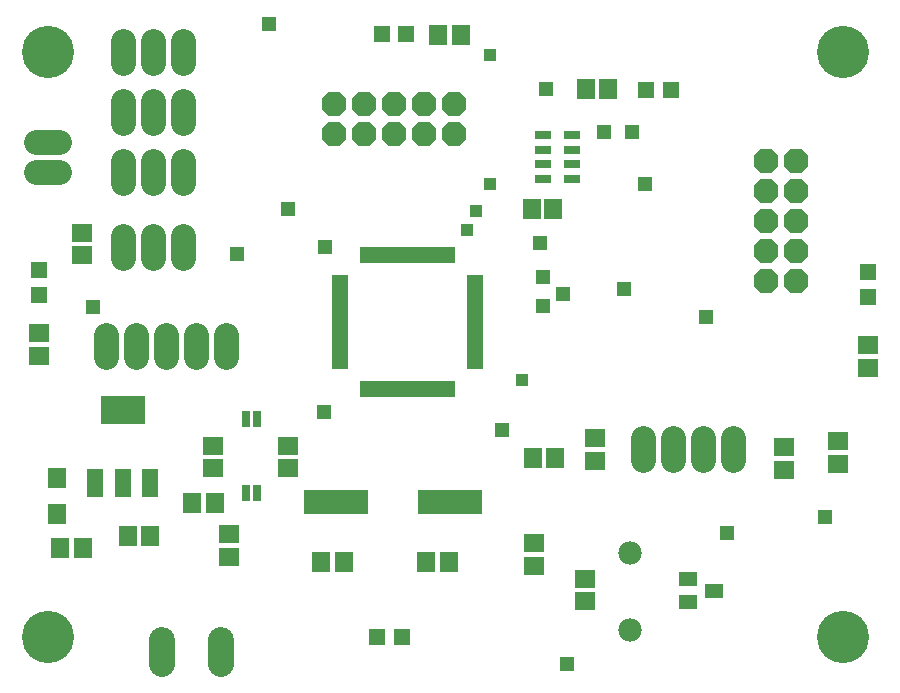
<source format=gts>
G75*
G70*
%OFA0B0*%
%FSLAX24Y24*%
%IPPOS*%
%LPD*%
%AMOC8*
5,1,8,0,0,1.08239X$1,22.5*
%
%ADD10R,0.0592X0.0671*%
%ADD11R,0.0631X0.0710*%
%ADD12R,0.0671X0.0592*%
%ADD13R,0.0198X0.0552*%
%ADD14R,0.0552X0.0198*%
%ADD15R,0.2180X0.0840*%
%ADD16R,0.0316X0.0552*%
%ADD17C,0.0820*%
%ADD18OC8,0.0820*%
%ADD19R,0.0560X0.0960*%
%ADD20R,0.1497X0.0946*%
%ADD21R,0.0552X0.0552*%
%ADD22R,0.0592X0.0710*%
%ADD23R,0.0710X0.0592*%
%ADD24C,0.0780*%
%ADD25C,0.0860*%
%ADD26R,0.0631X0.0474*%
%ADD27R,0.0552X0.0277*%
%ADD28R,0.0476X0.0476*%
%ADD29R,0.0437X0.0437*%
%ADD30C,0.1740*%
D10*
X002063Y007133D03*
X002812Y007133D03*
X004313Y007533D03*
X005062Y007533D03*
X006463Y008633D03*
X007212Y008633D03*
X010763Y006683D03*
X011512Y006683D03*
X014263Y006683D03*
X015012Y006683D03*
X017813Y010133D03*
X018562Y010133D03*
X018472Y018433D03*
X017803Y018433D03*
D11*
X001938Y009474D03*
X001938Y008293D03*
D12*
X007138Y009809D03*
X007138Y010557D03*
X009638Y010557D03*
X009638Y009809D03*
X007688Y007607D03*
X007688Y006859D03*
X002788Y016909D03*
X002788Y017657D03*
X019562Y006123D03*
X019562Y005375D03*
X019888Y010059D03*
X019888Y010807D03*
X026188Y010507D03*
X026188Y009759D03*
X027988Y009959D03*
X027988Y010707D03*
D13*
X015114Y012439D03*
X014917Y012439D03*
X014720Y012439D03*
X014523Y012439D03*
X014326Y012439D03*
X014130Y012439D03*
X013933Y012439D03*
X013736Y012439D03*
X013539Y012439D03*
X013342Y012439D03*
X013145Y012439D03*
X012949Y012439D03*
X012752Y012439D03*
X012555Y012439D03*
X012358Y012439D03*
X012161Y012439D03*
X012161Y016927D03*
X012358Y016927D03*
X012555Y016927D03*
X012752Y016927D03*
X012949Y016927D03*
X013145Y016927D03*
X013342Y016927D03*
X013539Y016927D03*
X013736Y016927D03*
X013933Y016927D03*
X014130Y016927D03*
X014326Y016927D03*
X014523Y016927D03*
X014720Y016927D03*
X014917Y016927D03*
X015114Y016927D03*
D14*
X015882Y016160D03*
X015882Y015963D03*
X015882Y015766D03*
X015882Y015569D03*
X015882Y015372D03*
X015882Y015175D03*
X015882Y014979D03*
X015882Y014782D03*
X015882Y014585D03*
X015882Y014388D03*
X015882Y014191D03*
X015882Y013994D03*
X015882Y013798D03*
X015882Y013601D03*
X015882Y013404D03*
X015882Y013207D03*
X011393Y013207D03*
X011393Y013404D03*
X011393Y013601D03*
X011393Y013798D03*
X011393Y013994D03*
X011393Y014191D03*
X011393Y014388D03*
X011393Y014585D03*
X011393Y014782D03*
X011393Y014979D03*
X011393Y015175D03*
X011393Y015372D03*
X011393Y015569D03*
X011393Y015766D03*
X011393Y015963D03*
X011393Y016160D03*
D15*
X011238Y008683D03*
X015038Y008683D03*
D16*
X008610Y008967D03*
X008256Y008967D03*
X008256Y011447D03*
X008610Y011447D03*
D17*
X007588Y013513D02*
X007588Y014253D01*
X006588Y014253D02*
X006588Y013513D01*
X005588Y013513D02*
X005588Y014253D01*
X004588Y014253D02*
X004588Y013513D01*
X003588Y013513D02*
X003588Y014253D01*
X004138Y016813D02*
X004138Y017553D01*
X005138Y017553D02*
X005138Y016813D01*
X006138Y016813D02*
X006138Y017553D01*
X006138Y019313D02*
X006138Y020053D01*
X005138Y020053D02*
X005138Y019313D01*
X004138Y019313D02*
X004138Y020053D01*
X004138Y021313D02*
X004138Y022053D01*
X005138Y022053D02*
X005138Y021313D01*
X006138Y021313D02*
X006138Y022053D01*
X006138Y023313D02*
X006138Y024053D01*
X005138Y024053D02*
X005138Y023313D01*
X004138Y023313D02*
X004138Y024053D01*
X002008Y020683D02*
X001268Y020683D01*
X001268Y019683D02*
X002008Y019683D01*
X021488Y010803D02*
X021488Y010063D01*
X022488Y010063D02*
X022488Y010803D01*
X023488Y010803D02*
X023488Y010063D01*
X024488Y010063D02*
X024488Y010803D01*
D18*
X025588Y016033D03*
X026588Y016033D03*
X026588Y017033D03*
X026588Y018033D03*
X026588Y019033D03*
X026588Y020033D03*
X025588Y020033D03*
X025588Y019033D03*
X025588Y018033D03*
X025588Y017033D03*
X015188Y020933D03*
X015188Y021933D03*
X014188Y021933D03*
X013188Y021933D03*
X013188Y020933D03*
X014188Y020933D03*
X012188Y020933D03*
X011188Y020933D03*
X011188Y021933D03*
X012188Y021933D03*
D19*
X005048Y009313D03*
X004138Y009313D03*
X003228Y009313D03*
D20*
X004138Y011753D03*
D21*
X001338Y015570D03*
X001338Y016397D03*
X012774Y024274D03*
X013601Y024274D03*
X021582Y022407D03*
X022409Y022407D03*
X028988Y016347D03*
X028988Y015520D03*
X013451Y004183D03*
X012624Y004183D03*
D22*
X019573Y022455D03*
X020321Y022455D03*
X015412Y024233D03*
X014663Y024233D03*
D23*
X001338Y014307D03*
X001338Y013559D03*
X017838Y007307D03*
X017838Y006559D03*
X028988Y013159D03*
X028988Y013907D03*
D24*
X021038Y006963D03*
X021038Y004404D03*
D25*
X007428Y004073D02*
X007428Y003293D01*
X005458Y003293D02*
X005458Y004073D01*
D26*
X022976Y005354D03*
X022976Y006102D03*
X023842Y005728D03*
D27*
X019110Y019445D03*
X019110Y019937D03*
X019110Y020429D03*
X019110Y020922D03*
X018165Y020922D03*
X018165Y020429D03*
X018165Y019937D03*
X018165Y019445D03*
D28*
X020184Y021010D03*
X021135Y021014D03*
X021538Y019283D03*
X018062Y017322D03*
X018138Y016183D03*
X018813Y015608D03*
X018138Y015213D03*
X020855Y015763D03*
X023595Y014833D03*
X016788Y011083D03*
X010838Y011683D03*
X007938Y016933D03*
X009638Y018433D03*
X010888Y017183D03*
X018238Y022433D03*
X009026Y024625D03*
X003138Y015183D03*
X018938Y003283D03*
X024288Y007633D03*
X027538Y008183D03*
D29*
X017448Y012749D03*
X015620Y017747D03*
X015925Y018382D03*
X016395Y019274D03*
X016395Y023584D03*
D30*
X001638Y004183D03*
X001638Y023683D03*
X028138Y023683D03*
X028138Y004183D03*
M02*

</source>
